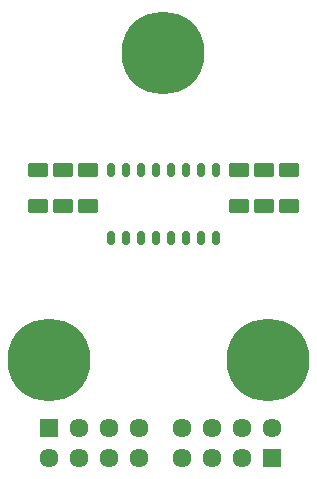
<source format=gbs>
G04 Layer_Color=16711935*
%FSLAX44Y44*%
%MOMM*%
G71*
G01*
G75*
%ADD24C,7.0160*%
%ADD25C,1.6160*%
%ADD26R,1.6160X1.6160*%
%ADD27O,0.7160X1.2160*%
G04:AMPARAMS|DCode=28|XSize=1.216mm|YSize=1.716mm|CornerRadius=0.128mm|HoleSize=0mm|Usage=FLASHONLY|Rotation=270.000|XOffset=0mm|YOffset=0mm|HoleType=Round|Shape=RoundedRectangle|*
%AMROUNDEDRECTD28*
21,1,1.2160,1.4600,0,0,270.0*
21,1,0.9600,1.7160,0,0,270.0*
1,1,0.2560,-0.7300,-0.4800*
1,1,0.2560,-0.7300,0.4800*
1,1,0.2560,0.7300,0.4800*
1,1,0.2560,0.7300,-0.4800*
%
%ADD28ROUNDEDRECTD28*%
D24*
X226750Y102750D02*
D03*
X41000D02*
D03*
X137110Y363000D02*
D03*
D25*
X117500Y19850D02*
D03*
Y45250D02*
D03*
X92100D02*
D03*
Y19850D02*
D03*
X66700Y45250D02*
D03*
Y19850D02*
D03*
X41300D02*
D03*
X153350Y45250D02*
D03*
Y19850D02*
D03*
X178750D02*
D03*
Y45250D02*
D03*
X204150Y19850D02*
D03*
Y45250D02*
D03*
X229550D02*
D03*
D26*
X41300D02*
D03*
X229550Y19850D02*
D03*
D27*
X182450Y205750D02*
D03*
X169750D02*
D03*
X157050D02*
D03*
X144350D02*
D03*
X131650D02*
D03*
X118950D02*
D03*
X106250D02*
D03*
X93550D02*
D03*
X182450Y264000D02*
D03*
X169750D02*
D03*
X157050D02*
D03*
X144350D02*
D03*
X131650D02*
D03*
X118950D02*
D03*
X106250D02*
D03*
X93550D02*
D03*
D28*
X244000Y233000D02*
D03*
Y263500D02*
D03*
X223000Y233000D02*
D03*
Y263500D02*
D03*
X202000Y233000D02*
D03*
Y263500D02*
D03*
X32000Y233000D02*
D03*
Y263500D02*
D03*
X53000Y233000D02*
D03*
Y263500D02*
D03*
X74000Y233000D02*
D03*
Y263500D02*
D03*
M02*

</source>
